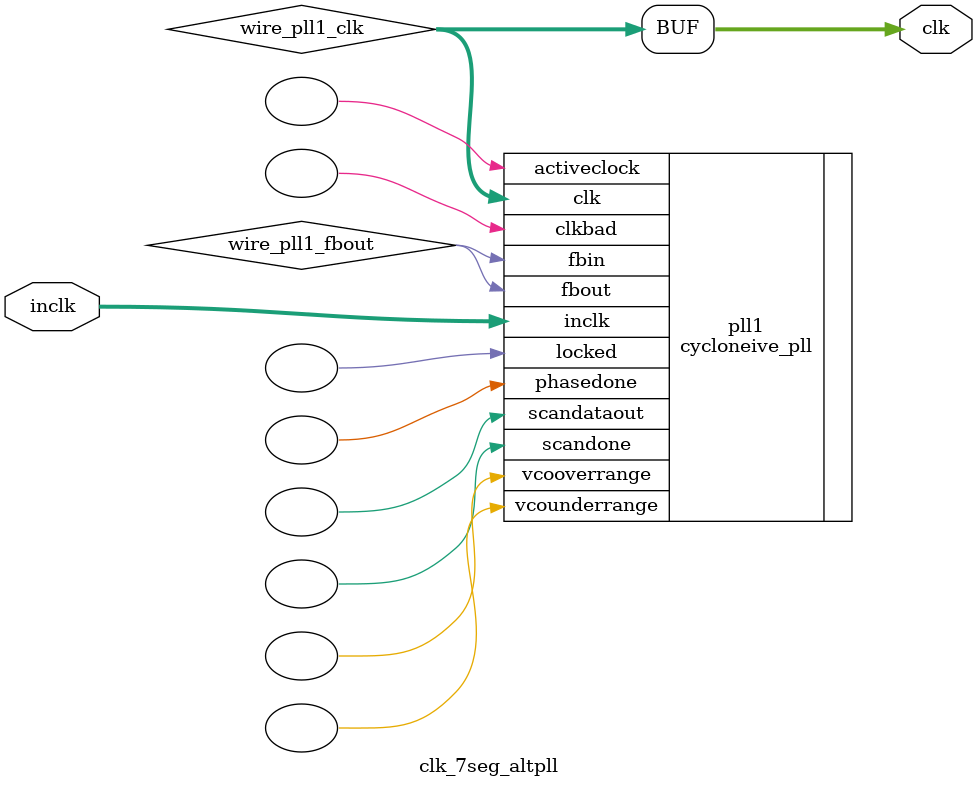
<source format=v>






//synthesis_resources = cycloneive_pll 1 
//synopsys translate_off
`timescale 1 ps / 1 ps
//synopsys translate_on
module  clk_7seg_altpll
	( 
	clk,
	inclk) /* synthesis synthesis_clearbox=1 */;
	output   [4:0]  clk;
	input   [1:0]  inclk;
`ifndef ALTERA_RESERVED_QIS
// synopsys translate_off
`endif
	tri0   [1:0]  inclk;
`ifndef ALTERA_RESERVED_QIS
// synopsys translate_on
`endif

	wire  [4:0]   wire_pll1_clk;
	wire  wire_pll1_fbout;

	cycloneive_pll   pll1
	( 
	.activeclock(),
	.clk(wire_pll1_clk),
	.clkbad(),
	.fbin(wire_pll1_fbout),
	.fbout(wire_pll1_fbout),
	.inclk(inclk),
	.locked(),
	.phasedone(),
	.scandataout(),
	.scandone(),
	.vcooverrange(),
	.vcounderrange()
	`ifndef FORMAL_VERIFICATION
	// synopsys translate_off
	`endif
	,
	.areset(1'b0),
	.clkswitch(1'b0),
	.configupdate(1'b0),
	.pfdena(1'b1),
	.phasecounterselect({3{1'b0}}),
	.phasestep(1'b0),
	.phaseupdown(1'b0),
	.scanclk(1'b0),
	.scanclkena(1'b1),
	.scandata(1'b0)
	`ifndef FORMAL_VERIFICATION
	// synopsys translate_on
	`endif
	);
	defparam
		pll1.bandwidth_type = "auto",
		pll1.clk0_divide_by = 500,
		pll1.clk0_duty_cycle = 50,
		pll1.clk0_multiply_by = 1,
		pll1.clk0_phase_shift = "0",
		pll1.compensate_clock = "clk0",
		pll1.inclk0_input_frequency = 20000,
		pll1.operation_mode = "normal",
		pll1.pll_type = "auto",
		pll1.lpm_type = "cycloneive_pll";
	assign
		clk = {wire_pll1_clk[4:0]};
endmodule //clk_7seg_altpll
//VALID FILE

</source>
